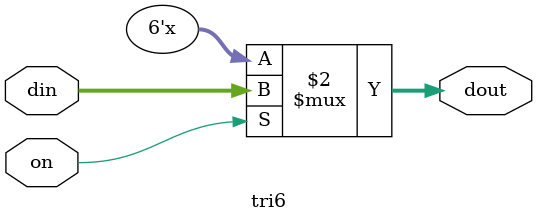
<source format=v>
module tri6(on,din,dout);
  input on;
  input [5:0] din;
  output [5:0] dout;
  
  assign dout = (on == 1)?din:6'bzzz_zzz;
  
endmodule

</source>
